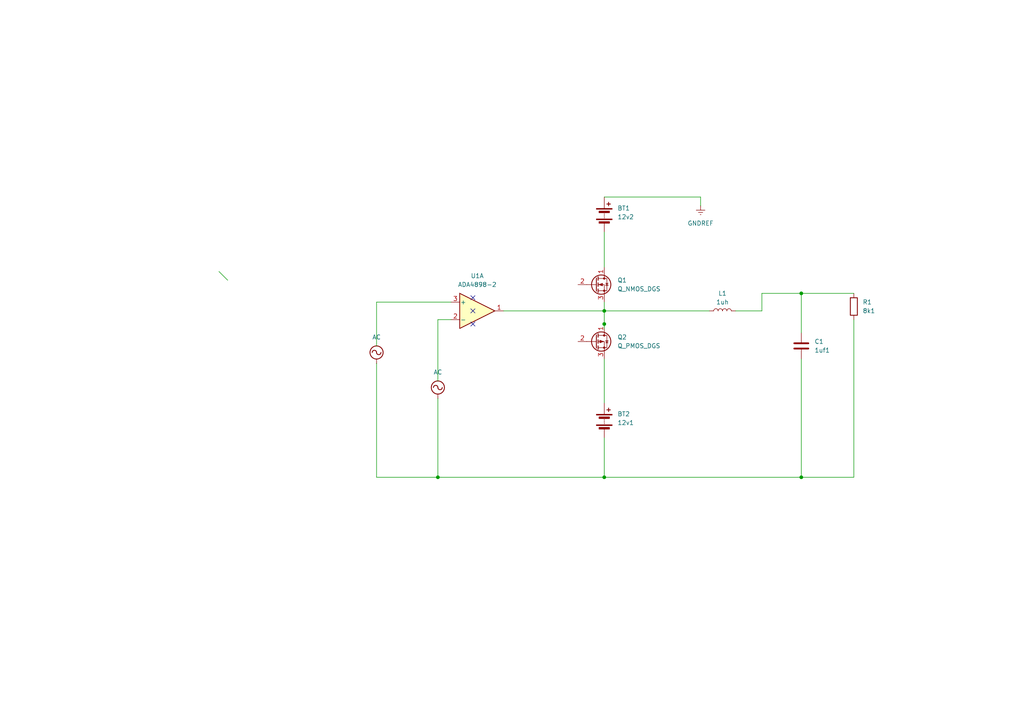
<source format=kicad_sch>
(kicad_sch
	(version 20250114)
	(generator "eeschema")
	(generator_version "9.0")
	(uuid "91aae4ad-2a04-49ec-844a-f0e986db8168")
	(paper "A4")
	(lib_symbols
		(symbol "Amplifier_Operational:ADA4898-2"
			(pin_names
				(offset 0.127)
			)
			(exclude_from_sim no)
			(in_bom yes)
			(on_board yes)
			(property "Reference" "U"
				(at 0 5.08 0)
				(effects
					(font
						(size 1.27 1.27)
					)
					(justify left)
				)
			)
			(property "Value" "ADA4898-2"
				(at 0 -5.08 0)
				(effects
					(font
						(size 1.27 1.27)
					)
					(justify left)
				)
			)
			(property "Footprint" "Package_SO:SOIC-8-1EP_3.9x4.9mm_P1.27mm_EP2.41x3.81mm"
				(at -1.27 -7.62 0)
				(effects
					(font
						(size 1.27 1.27)
					)
					(hide yes)
				)
			)
			(property "Datasheet" "https://www.analog.com/media/en/technical-documentation/data-sheets/ada4898-1_4898-2.pdf"
				(at 0 0 0)
				(effects
					(font
						(size 1.27 1.27)
					)
					(hide yes)
				)
			)
			(property "Description" "Dual High Voltage, Low Noise, Low Distortion, Unity-Gain Stable, High Speed Op Amp, SOIC-8-1EP"
				(at 0 0 0)
				(effects
					(font
						(size 1.27 1.27)
					)
					(hide yes)
				)
			)
			(property "ki_locked" ""
				(at 0 0 0)
				(effects
					(font
						(size 1.27 1.27)
					)
				)
			)
			(property "ki_keywords" "opamp dual low noise low distortion"
				(at 0 0 0)
				(effects
					(font
						(size 1.27 1.27)
					)
					(hide yes)
				)
			)
			(property "ki_fp_filters" "SOIC*1EP*3.9x4.9mm*P1.27mm*"
				(at 0 0 0)
				(effects
					(font
						(size 1.27 1.27)
					)
					(hide yes)
				)
			)
			(symbol "ADA4898-2_1_1"
				(polyline
					(pts
						(xy -5.08 5.08) (xy 5.08 0) (xy -5.08 -5.08) (xy -5.08 5.08)
					)
					(stroke
						(width 0.254)
						(type default)
					)
					(fill
						(type background)
					)
				)
				(pin input line
					(at -7.62 2.54 0)
					(length 2.54)
					(name "+"
						(effects
							(font
								(size 1.27 1.27)
							)
						)
					)
					(number "3"
						(effects
							(font
								(size 1.27 1.27)
							)
						)
					)
				)
				(pin input line
					(at -7.62 -2.54 0)
					(length 2.54)
					(name "-"
						(effects
							(font
								(size 1.27 1.27)
							)
						)
					)
					(number "2"
						(effects
							(font
								(size 1.27 1.27)
							)
						)
					)
				)
				(pin output line
					(at 7.62 0 180)
					(length 2.54)
					(name "~"
						(effects
							(font
								(size 1.27 1.27)
							)
						)
					)
					(number "1"
						(effects
							(font
								(size 1.27 1.27)
							)
						)
					)
				)
			)
			(symbol "ADA4898-2_2_1"
				(polyline
					(pts
						(xy -5.08 5.08) (xy 5.08 0) (xy -5.08 -5.08) (xy -5.08 5.08)
					)
					(stroke
						(width 0.254)
						(type default)
					)
					(fill
						(type background)
					)
				)
				(pin input line
					(at -7.62 2.54 0)
					(length 2.54)
					(name "+"
						(effects
							(font
								(size 1.27 1.27)
							)
						)
					)
					(number "5"
						(effects
							(font
								(size 1.27 1.27)
							)
						)
					)
				)
				(pin input line
					(at -7.62 -2.54 0)
					(length 2.54)
					(name "-"
						(effects
							(font
								(size 1.27 1.27)
							)
						)
					)
					(number "6"
						(effects
							(font
								(size 1.27 1.27)
							)
						)
					)
				)
				(pin output line
					(at 7.62 0 180)
					(length 2.54)
					(name "~"
						(effects
							(font
								(size 1.27 1.27)
							)
						)
					)
					(number "7"
						(effects
							(font
								(size 1.27 1.27)
							)
						)
					)
				)
			)
			(symbol "ADA4898-2_3_1"
				(pin power_in line
					(at -2.54 7.62 270)
					(length 3.81)
					(name "V+"
						(effects
							(font
								(size 1.27 1.27)
							)
						)
					)
					(number "8"
						(effects
							(font
								(size 1.27 1.27)
							)
						)
					)
				)
				(pin power_in line
					(at -2.54 -7.62 90)
					(length 3.81)
					(name "V-"
						(effects
							(font
								(size 1.27 1.27)
							)
						)
					)
					(number "4"
						(effects
							(font
								(size 1.27 1.27)
							)
						)
					)
				)
				(pin passive line
					(at 0 -7.62 90)
					(length 5.08)
					(name "EP"
						(effects
							(font
								(size 1.27 1.27)
							)
						)
					)
					(number "9"
						(effects
							(font
								(size 1.27 1.27)
							)
						)
					)
				)
			)
			(embedded_fonts no)
		)
		(symbol "Device:Battery"
			(pin_numbers
				(hide yes)
			)
			(pin_names
				(offset 0)
				(hide yes)
			)
			(exclude_from_sim no)
			(in_bom yes)
			(on_board yes)
			(property "Reference" "BT"
				(at 2.54 2.54 0)
				(effects
					(font
						(size 1.27 1.27)
					)
					(justify left)
				)
			)
			(property "Value" "Battery"
				(at 2.54 0 0)
				(effects
					(font
						(size 1.27 1.27)
					)
					(justify left)
				)
			)
			(property "Footprint" ""
				(at 0 1.524 90)
				(effects
					(font
						(size 1.27 1.27)
					)
					(hide yes)
				)
			)
			(property "Datasheet" "~"
				(at 0 1.524 90)
				(effects
					(font
						(size 1.27 1.27)
					)
					(hide yes)
				)
			)
			(property "Description" "Multiple-cell battery"
				(at 0 0 0)
				(effects
					(font
						(size 1.27 1.27)
					)
					(hide yes)
				)
			)
			(property "ki_keywords" "batt voltage-source cell"
				(at 0 0 0)
				(effects
					(font
						(size 1.27 1.27)
					)
					(hide yes)
				)
			)
			(symbol "Battery_0_1"
				(rectangle
					(start -2.286 1.778)
					(end 2.286 1.524)
					(stroke
						(width 0)
						(type default)
					)
					(fill
						(type outline)
					)
				)
				(rectangle
					(start -2.286 -1.27)
					(end 2.286 -1.524)
					(stroke
						(width 0)
						(type default)
					)
					(fill
						(type outline)
					)
				)
				(rectangle
					(start -1.524 1.016)
					(end 1.524 0.508)
					(stroke
						(width 0)
						(type default)
					)
					(fill
						(type outline)
					)
				)
				(rectangle
					(start -1.524 -2.032)
					(end 1.524 -2.54)
					(stroke
						(width 0)
						(type default)
					)
					(fill
						(type outline)
					)
				)
				(polyline
					(pts
						(xy 0 1.778) (xy 0 2.54)
					)
					(stroke
						(width 0)
						(type default)
					)
					(fill
						(type none)
					)
				)
				(polyline
					(pts
						(xy 0 0) (xy 0 0.254)
					)
					(stroke
						(width 0)
						(type default)
					)
					(fill
						(type none)
					)
				)
				(polyline
					(pts
						(xy 0 -0.508) (xy 0 -0.254)
					)
					(stroke
						(width 0)
						(type default)
					)
					(fill
						(type none)
					)
				)
				(polyline
					(pts
						(xy 0 -1.016) (xy 0 -0.762)
					)
					(stroke
						(width 0)
						(type default)
					)
					(fill
						(type none)
					)
				)
				(polyline
					(pts
						(xy 0.762 3.048) (xy 1.778 3.048)
					)
					(stroke
						(width 0.254)
						(type default)
					)
					(fill
						(type none)
					)
				)
				(polyline
					(pts
						(xy 1.27 3.556) (xy 1.27 2.54)
					)
					(stroke
						(width 0.254)
						(type default)
					)
					(fill
						(type none)
					)
				)
			)
			(symbol "Battery_1_1"
				(pin passive line
					(at 0 5.08 270)
					(length 2.54)
					(name "+"
						(effects
							(font
								(size 1.27 1.27)
							)
						)
					)
					(number "1"
						(effects
							(font
								(size 1.27 1.27)
							)
						)
					)
				)
				(pin passive line
					(at 0 -5.08 90)
					(length 2.54)
					(name "-"
						(effects
							(font
								(size 1.27 1.27)
							)
						)
					)
					(number "2"
						(effects
							(font
								(size 1.27 1.27)
							)
						)
					)
				)
			)
			(embedded_fonts no)
		)
		(symbol "Device:C"
			(pin_numbers
				(hide yes)
			)
			(pin_names
				(offset 0.254)
			)
			(exclude_from_sim no)
			(in_bom yes)
			(on_board yes)
			(property "Reference" "C"
				(at 0.635 2.54 0)
				(effects
					(font
						(size 1.27 1.27)
					)
					(justify left)
				)
			)
			(property "Value" "C"
				(at 0.635 -2.54 0)
				(effects
					(font
						(size 1.27 1.27)
					)
					(justify left)
				)
			)
			(property "Footprint" ""
				(at 0.9652 -3.81 0)
				(effects
					(font
						(size 1.27 1.27)
					)
					(hide yes)
				)
			)
			(property "Datasheet" "~"
				(at 0 0 0)
				(effects
					(font
						(size 1.27 1.27)
					)
					(hide yes)
				)
			)
			(property "Description" "Unpolarized capacitor"
				(at 0 0 0)
				(effects
					(font
						(size 1.27 1.27)
					)
					(hide yes)
				)
			)
			(property "ki_keywords" "cap capacitor"
				(at 0 0 0)
				(effects
					(font
						(size 1.27 1.27)
					)
					(hide yes)
				)
			)
			(property "ki_fp_filters" "C_*"
				(at 0 0 0)
				(effects
					(font
						(size 1.27 1.27)
					)
					(hide yes)
				)
			)
			(symbol "C_0_1"
				(polyline
					(pts
						(xy -2.032 0.762) (xy 2.032 0.762)
					)
					(stroke
						(width 0.508)
						(type default)
					)
					(fill
						(type none)
					)
				)
				(polyline
					(pts
						(xy -2.032 -0.762) (xy 2.032 -0.762)
					)
					(stroke
						(width 0.508)
						(type default)
					)
					(fill
						(type none)
					)
				)
			)
			(symbol "C_1_1"
				(pin passive line
					(at 0 3.81 270)
					(length 2.794)
					(name "~"
						(effects
							(font
								(size 1.27 1.27)
							)
						)
					)
					(number "1"
						(effects
							(font
								(size 1.27 1.27)
							)
						)
					)
				)
				(pin passive line
					(at 0 -3.81 90)
					(length 2.794)
					(name "~"
						(effects
							(font
								(size 1.27 1.27)
							)
						)
					)
					(number "2"
						(effects
							(font
								(size 1.27 1.27)
							)
						)
					)
				)
			)
			(embedded_fonts no)
		)
		(symbol "Device:L"
			(pin_numbers
				(hide yes)
			)
			(pin_names
				(offset 1.016)
				(hide yes)
			)
			(exclude_from_sim no)
			(in_bom yes)
			(on_board yes)
			(property "Reference" "L"
				(at -1.27 0 90)
				(effects
					(font
						(size 1.27 1.27)
					)
				)
			)
			(property "Value" "L"
				(at 1.905 0 90)
				(effects
					(font
						(size 1.27 1.27)
					)
				)
			)
			(property "Footprint" ""
				(at 0 0 0)
				(effects
					(font
						(size 1.27 1.27)
					)
					(hide yes)
				)
			)
			(property "Datasheet" "~"
				(at 0 0 0)
				(effects
					(font
						(size 1.27 1.27)
					)
					(hide yes)
				)
			)
			(property "Description" "Inductor"
				(at 0 0 0)
				(effects
					(font
						(size 1.27 1.27)
					)
					(hide yes)
				)
			)
			(property "ki_keywords" "inductor choke coil reactor magnetic"
				(at 0 0 0)
				(effects
					(font
						(size 1.27 1.27)
					)
					(hide yes)
				)
			)
			(property "ki_fp_filters" "Choke_* *Coil* Inductor_* L_*"
				(at 0 0 0)
				(effects
					(font
						(size 1.27 1.27)
					)
					(hide yes)
				)
			)
			(symbol "L_0_1"
				(arc
					(start 0 2.54)
					(mid 0.6323 1.905)
					(end 0 1.27)
					(stroke
						(width 0)
						(type default)
					)
					(fill
						(type none)
					)
				)
				(arc
					(start 0 1.27)
					(mid 0.6323 0.635)
					(end 0 0)
					(stroke
						(width 0)
						(type default)
					)
					(fill
						(type none)
					)
				)
				(arc
					(start 0 0)
					(mid 0.6323 -0.635)
					(end 0 -1.27)
					(stroke
						(width 0)
						(type default)
					)
					(fill
						(type none)
					)
				)
				(arc
					(start 0 -1.27)
					(mid 0.6323 -1.905)
					(end 0 -2.54)
					(stroke
						(width 0)
						(type default)
					)
					(fill
						(type none)
					)
				)
			)
			(symbol "L_1_1"
				(pin passive line
					(at 0 3.81 270)
					(length 1.27)
					(name "1"
						(effects
							(font
								(size 1.27 1.27)
							)
						)
					)
					(number "1"
						(effects
							(font
								(size 1.27 1.27)
							)
						)
					)
				)
				(pin passive line
					(at 0 -3.81 90)
					(length 1.27)
					(name "2"
						(effects
							(font
								(size 1.27 1.27)
							)
						)
					)
					(number "2"
						(effects
							(font
								(size 1.27 1.27)
							)
						)
					)
				)
			)
			(embedded_fonts no)
		)
		(symbol "Device:R"
			(pin_numbers
				(hide yes)
			)
			(pin_names
				(offset 0)
			)
			(exclude_from_sim no)
			(in_bom yes)
			(on_board yes)
			(property "Reference" "R"
				(at 2.032 0 90)
				(effects
					(font
						(size 1.27 1.27)
					)
				)
			)
			(property "Value" "R"
				(at 0 0 90)
				(effects
					(font
						(size 1.27 1.27)
					)
				)
			)
			(property "Footprint" ""
				(at -1.778 0 90)
				(effects
					(font
						(size 1.27 1.27)
					)
					(hide yes)
				)
			)
			(property "Datasheet" "~"
				(at 0 0 0)
				(effects
					(font
						(size 1.27 1.27)
					)
					(hide yes)
				)
			)
			(property "Description" "Resistor"
				(at 0 0 0)
				(effects
					(font
						(size 1.27 1.27)
					)
					(hide yes)
				)
			)
			(property "ki_keywords" "R res resistor"
				(at 0 0 0)
				(effects
					(font
						(size 1.27 1.27)
					)
					(hide yes)
				)
			)
			(property "ki_fp_filters" "R_*"
				(at 0 0 0)
				(effects
					(font
						(size 1.27 1.27)
					)
					(hide yes)
				)
			)
			(symbol "R_0_1"
				(rectangle
					(start -1.016 -2.54)
					(end 1.016 2.54)
					(stroke
						(width 0.254)
						(type default)
					)
					(fill
						(type none)
					)
				)
			)
			(symbol "R_1_1"
				(pin passive line
					(at 0 3.81 270)
					(length 1.27)
					(name "~"
						(effects
							(font
								(size 1.27 1.27)
							)
						)
					)
					(number "1"
						(effects
							(font
								(size 1.27 1.27)
							)
						)
					)
				)
				(pin passive line
					(at 0 -3.81 90)
					(length 1.27)
					(name "~"
						(effects
							(font
								(size 1.27 1.27)
							)
						)
					)
					(number "2"
						(effects
							(font
								(size 1.27 1.27)
							)
						)
					)
				)
			)
			(embedded_fonts no)
		)
		(symbol "Transistor_FET:Q_NMOS_DGS"
			(pin_names
				(offset 0)
				(hide yes)
			)
			(exclude_from_sim no)
			(in_bom yes)
			(on_board yes)
			(property "Reference" "Q"
				(at 5.08 1.905 0)
				(effects
					(font
						(size 1.27 1.27)
					)
					(justify left)
				)
			)
			(property "Value" "Q_NMOS_DGS"
				(at 5.08 0 0)
				(effects
					(font
						(size 1.27 1.27)
					)
					(justify left)
				)
			)
			(property "Footprint" ""
				(at 5.08 2.54 0)
				(effects
					(font
						(size 1.27 1.27)
					)
					(hide yes)
				)
			)
			(property "Datasheet" "~"
				(at 0 0 0)
				(effects
					(font
						(size 1.27 1.27)
					)
					(hide yes)
				)
			)
			(property "Description" "N-MOSFET transistor, drain/gate/source"
				(at 0 0 0)
				(effects
					(font
						(size 1.27 1.27)
					)
					(hide yes)
				)
			)
			(property "ki_keywords" "transistor NMOS N-MOS N-MOSFET"
				(at 0 0 0)
				(effects
					(font
						(size 1.27 1.27)
					)
					(hide yes)
				)
			)
			(symbol "Q_NMOS_DGS_0_1"
				(polyline
					(pts
						(xy 0.254 1.905) (xy 0.254 -1.905)
					)
					(stroke
						(width 0.254)
						(type default)
					)
					(fill
						(type none)
					)
				)
				(polyline
					(pts
						(xy 0.254 0) (xy -2.54 0)
					)
					(stroke
						(width 0)
						(type default)
					)
					(fill
						(type none)
					)
				)
				(polyline
					(pts
						(xy 0.762 2.286) (xy 0.762 1.27)
					)
					(stroke
						(width 0.254)
						(type default)
					)
					(fill
						(type none)
					)
				)
				(polyline
					(pts
						(xy 0.762 0.508) (xy 0.762 -0.508)
					)
					(stroke
						(width 0.254)
						(type default)
					)
					(fill
						(type none)
					)
				)
				(polyline
					(pts
						(xy 0.762 -1.27) (xy 0.762 -2.286)
					)
					(stroke
						(width 0.254)
						(type default)
					)
					(fill
						(type none)
					)
				)
				(polyline
					(pts
						(xy 0.762 -1.778) (xy 3.302 -1.778) (xy 3.302 1.778) (xy 0.762 1.778)
					)
					(stroke
						(width 0)
						(type default)
					)
					(fill
						(type none)
					)
				)
				(polyline
					(pts
						(xy 1.016 0) (xy 2.032 0.381) (xy 2.032 -0.381) (xy 1.016 0)
					)
					(stroke
						(width 0)
						(type default)
					)
					(fill
						(type outline)
					)
				)
				(circle
					(center 1.651 0)
					(radius 2.794)
					(stroke
						(width 0.254)
						(type default)
					)
					(fill
						(type none)
					)
				)
				(polyline
					(pts
						(xy 2.54 2.54) (xy 2.54 1.778)
					)
					(stroke
						(width 0)
						(type default)
					)
					(fill
						(type none)
					)
				)
				(circle
					(center 2.54 1.778)
					(radius 0.254)
					(stroke
						(width 0)
						(type default)
					)
					(fill
						(type outline)
					)
				)
				(circle
					(center 2.54 -1.778)
					(radius 0.254)
					(stroke
						(width 0)
						(type default)
					)
					(fill
						(type outline)
					)
				)
				(polyline
					(pts
						(xy 2.54 -2.54) (xy 2.54 0) (xy 0.762 0)
					)
					(stroke
						(width 0)
						(type default)
					)
					(fill
						(type none)
					)
				)
				(polyline
					(pts
						(xy 2.921 0.381) (xy 3.683 0.381)
					)
					(stroke
						(width 0)
						(type default)
					)
					(fill
						(type none)
					)
				)
				(polyline
					(pts
						(xy 3.302 0.381) (xy 2.921 -0.254) (xy 3.683 -0.254) (xy 3.302 0.381)
					)
					(stroke
						(width 0)
						(type default)
					)
					(fill
						(type none)
					)
				)
			)
			(symbol "Q_NMOS_DGS_1_1"
				(pin input line
					(at -5.08 0 0)
					(length 2.54)
					(name "G"
						(effects
							(font
								(size 1.27 1.27)
							)
						)
					)
					(number "2"
						(effects
							(font
								(size 1.27 1.27)
							)
						)
					)
				)
				(pin passive line
					(at 2.54 5.08 270)
					(length 2.54)
					(name "D"
						(effects
							(font
								(size 1.27 1.27)
							)
						)
					)
					(number "1"
						(effects
							(font
								(size 1.27 1.27)
							)
						)
					)
				)
				(pin passive line
					(at 2.54 -5.08 90)
					(length 2.54)
					(name "S"
						(effects
							(font
								(size 1.27 1.27)
							)
						)
					)
					(number "3"
						(effects
							(font
								(size 1.27 1.27)
							)
						)
					)
				)
			)
			(embedded_fonts no)
		)
		(symbol "Transistor_FET:Q_PMOS_DGS"
			(pin_names
				(offset 0)
				(hide yes)
			)
			(exclude_from_sim no)
			(in_bom yes)
			(on_board yes)
			(property "Reference" "Q"
				(at 5.08 1.905 0)
				(effects
					(font
						(size 1.27 1.27)
					)
					(justify left)
				)
			)
			(property "Value" "Q_PMOS_DGS"
				(at 5.08 0 0)
				(effects
					(font
						(size 1.27 1.27)
					)
					(justify left)
				)
			)
			(property "Footprint" ""
				(at 5.08 2.54 0)
				(effects
					(font
						(size 1.27 1.27)
					)
					(hide yes)
				)
			)
			(property "Datasheet" "~"
				(at 0 0 0)
				(effects
					(font
						(size 1.27 1.27)
					)
					(hide yes)
				)
			)
			(property "Description" "P-MOSFET transistor, drain/gate/source"
				(at 0 0 0)
				(effects
					(font
						(size 1.27 1.27)
					)
					(hide yes)
				)
			)
			(property "ki_keywords" "transistor PMOS P-MOS P-MOSFET"
				(at 0 0 0)
				(effects
					(font
						(size 1.27 1.27)
					)
					(hide yes)
				)
			)
			(symbol "Q_PMOS_DGS_0_1"
				(polyline
					(pts
						(xy 0.254 1.905) (xy 0.254 -1.905)
					)
					(stroke
						(width 0.254)
						(type default)
					)
					(fill
						(type none)
					)
				)
				(polyline
					(pts
						(xy 0.254 0) (xy -2.54 0)
					)
					(stroke
						(width 0)
						(type default)
					)
					(fill
						(type none)
					)
				)
				(polyline
					(pts
						(xy 0.762 2.286) (xy 0.762 1.27)
					)
					(stroke
						(width 0.254)
						(type default)
					)
					(fill
						(type none)
					)
				)
				(polyline
					(pts
						(xy 0.762 1.778) (xy 3.302 1.778) (xy 3.302 -1.778) (xy 0.762 -1.778)
					)
					(stroke
						(width 0)
						(type default)
					)
					(fill
						(type none)
					)
				)
				(polyline
					(pts
						(xy 0.762 0.508) (xy 0.762 -0.508)
					)
					(stroke
						(width 0.254)
						(type default)
					)
					(fill
						(type none)
					)
				)
				(polyline
					(pts
						(xy 0.762 -1.27) (xy 0.762 -2.286)
					)
					(stroke
						(width 0.254)
						(type default)
					)
					(fill
						(type none)
					)
				)
				(circle
					(center 1.651 0)
					(radius 2.794)
					(stroke
						(width 0.254)
						(type default)
					)
					(fill
						(type none)
					)
				)
				(polyline
					(pts
						(xy 2.286 0) (xy 1.27 0.381) (xy 1.27 -0.381) (xy 2.286 0)
					)
					(stroke
						(width 0)
						(type default)
					)
					(fill
						(type outline)
					)
				)
				(polyline
					(pts
						(xy 2.54 2.54) (xy 2.54 1.778)
					)
					(stroke
						(width 0)
						(type default)
					)
					(fill
						(type none)
					)
				)
				(circle
					(center 2.54 1.778)
					(radius 0.254)
					(stroke
						(width 0)
						(type default)
					)
					(fill
						(type outline)
					)
				)
				(circle
					(center 2.54 -1.778)
					(radius 0.254)
					(stroke
						(width 0)
						(type default)
					)
					(fill
						(type outline)
					)
				)
				(polyline
					(pts
						(xy 2.54 -2.54) (xy 2.54 0) (xy 0.762 0)
					)
					(stroke
						(width 0)
						(type default)
					)
					(fill
						(type none)
					)
				)
				(polyline
					(pts
						(xy 2.921 -0.381) (xy 3.683 -0.381)
					)
					(stroke
						(width 0)
						(type default)
					)
					(fill
						(type none)
					)
				)
				(polyline
					(pts
						(xy 3.302 -0.381) (xy 2.921 0.254) (xy 3.683 0.254) (xy 3.302 -0.381)
					)
					(stroke
						(width 0)
						(type default)
					)
					(fill
						(type none)
					)
				)
			)
			(symbol "Q_PMOS_DGS_1_1"
				(pin input line
					(at -5.08 0 0)
					(length 2.54)
					(name "G"
						(effects
							(font
								(size 1.27 1.27)
							)
						)
					)
					(number "2"
						(effects
							(font
								(size 1.27 1.27)
							)
						)
					)
				)
				(pin passive line
					(at 2.54 5.08 270)
					(length 2.54)
					(name "D"
						(effects
							(font
								(size 1.27 1.27)
							)
						)
					)
					(number "1"
						(effects
							(font
								(size 1.27 1.27)
							)
						)
					)
				)
				(pin passive line
					(at 2.54 -5.08 90)
					(length 2.54)
					(name "S"
						(effects
							(font
								(size 1.27 1.27)
							)
						)
					)
					(number "3"
						(effects
							(font
								(size 1.27 1.27)
							)
						)
					)
				)
			)
			(embedded_fonts no)
		)
		(symbol "power:AC"
			(power)
			(pin_numbers
				(hide yes)
			)
			(pin_names
				(offset 0)
				(hide yes)
			)
			(exclude_from_sim no)
			(in_bom yes)
			(on_board yes)
			(property "Reference" "#PWR"
				(at 0 -2.54 0)
				(effects
					(font
						(size 1.27 1.27)
					)
					(hide yes)
				)
			)
			(property "Value" "AC"
				(at 0 6.35 0)
				(effects
					(font
						(size 1.27 1.27)
					)
				)
			)
			(property "Footprint" ""
				(at 0 0 0)
				(effects
					(font
						(size 1.27 1.27)
					)
					(hide yes)
				)
			)
			(property "Datasheet" ""
				(at 0 0 0)
				(effects
					(font
						(size 1.27 1.27)
					)
					(hide yes)
				)
			)
			(property "Description" "Power symbol creates a global label with name \"AC\""
				(at 0 0 0)
				(effects
					(font
						(size 1.27 1.27)
					)
					(hide yes)
				)
			)
			(property "ki_keywords" "global power"
				(at 0 0 0)
				(effects
					(font
						(size 1.27 1.27)
					)
					(hide yes)
				)
			)
			(symbol "AC_0_1"
				(arc
					(start -1.27 3.175)
					(mid -0.635 3.8073)
					(end 0 3.175)
					(stroke
						(width 0.254)
						(type default)
					)
					(fill
						(type none)
					)
				)
				(circle
					(center 0 3.175)
					(radius 1.905)
					(stroke
						(width 0.254)
						(type default)
					)
					(fill
						(type none)
					)
				)
				(polyline
					(pts
						(xy 0 0) (xy 0 1.27)
					)
					(stroke
						(width 0)
						(type default)
					)
					(fill
						(type none)
					)
				)
				(arc
					(start 1.27 3.175)
					(mid 0.635 2.5427)
					(end 0 3.175)
					(stroke
						(width 0.254)
						(type default)
					)
					(fill
						(type none)
					)
				)
			)
			(symbol "AC_1_1"
				(pin power_in line
					(at 0 0 90)
					(length 0)
					(name "~"
						(effects
							(font
								(size 1.27 1.27)
							)
						)
					)
					(number "1"
						(effects
							(font
								(size 1.27 1.27)
							)
						)
					)
				)
			)
			(embedded_fonts no)
		)
		(symbol "power:GNDREF"
			(power)
			(pin_numbers
				(hide yes)
			)
			(pin_names
				(offset 0)
				(hide yes)
			)
			(exclude_from_sim no)
			(in_bom yes)
			(on_board yes)
			(property "Reference" "#PWR"
				(at 0 -6.35 0)
				(effects
					(font
						(size 1.27 1.27)
					)
					(hide yes)
				)
			)
			(property "Value" "GNDREF"
				(at 0 -3.81 0)
				(effects
					(font
						(size 1.27 1.27)
					)
				)
			)
			(property "Footprint" ""
				(at 0 0 0)
				(effects
					(font
						(size 1.27 1.27)
					)
					(hide yes)
				)
			)
			(property "Datasheet" ""
				(at 0 0 0)
				(effects
					(font
						(size 1.27 1.27)
					)
					(hide yes)
				)
			)
			(property "Description" "Power symbol creates a global label with name \"GNDREF\" , reference supply ground"
				(at 0 0 0)
				(effects
					(font
						(size 1.27 1.27)
					)
					(hide yes)
				)
			)
			(property "ki_keywords" "global power"
				(at 0 0 0)
				(effects
					(font
						(size 1.27 1.27)
					)
					(hide yes)
				)
			)
			(symbol "GNDREF_0_1"
				(polyline
					(pts
						(xy -0.635 -1.905) (xy 0.635 -1.905)
					)
					(stroke
						(width 0)
						(type default)
					)
					(fill
						(type none)
					)
				)
				(polyline
					(pts
						(xy -0.127 -2.54) (xy 0.127 -2.54)
					)
					(stroke
						(width 0)
						(type default)
					)
					(fill
						(type none)
					)
				)
				(polyline
					(pts
						(xy 0 -1.27) (xy 0 0)
					)
					(stroke
						(width 0)
						(type default)
					)
					(fill
						(type none)
					)
				)
				(polyline
					(pts
						(xy 1.27 -1.27) (xy -1.27 -1.27)
					)
					(stroke
						(width 0)
						(type default)
					)
					(fill
						(type none)
					)
				)
			)
			(symbol "GNDREF_1_1"
				(pin power_in line
					(at 0 0 270)
					(length 0)
					(name "~"
						(effects
							(font
								(size 1.27 1.27)
							)
						)
					)
					(number "1"
						(effects
							(font
								(size 1.27 1.27)
							)
						)
					)
				)
			)
			(embedded_fonts no)
		)
	)
	(junction
		(at 232.41 138.43)
		(diameter 0)
		(color 0 0 0 0)
		(uuid "1d3e25a1-b7d7-4ee2-b02d-6da21a056801")
	)
	(junction
		(at 175.26 90.17)
		(diameter 0)
		(color 0 0 0 0)
		(uuid "30aad127-781a-44f5-bd98-2b85f4d30b77")
	)
	(junction
		(at 127 138.43)
		(diameter 0)
		(color 0 0 0 0)
		(uuid "442ee4e6-1355-4850-94f2-806088b11724")
	)
	(junction
		(at 232.41 85.09)
		(diameter 0)
		(color 0 0 0 0)
		(uuid "57c3c8b4-deaa-48a8-8255-4537b6f7278a")
	)
	(junction
		(at 175.26 138.43)
		(diameter 0)
		(color 0 0 0 0)
		(uuid "91efa4c8-7bd1-4571-9279-7ebb8350f316")
	)
	(junction
		(at 175.26 93.98)
		(diameter 0)
		(color 0 0 0 0)
		(uuid "e56f3108-f837-4186-9af2-5ab6562b6231")
	)
	(no_connect
		(at 137.16 86.36)
		(uuid "2330a825-ffc7-4c5d-9de7-5a811cf1a71a")
	)
	(no_connect
		(at 137.16 90.17)
		(uuid "6836d496-ed19-4cd5-b5ad-dcf5e3c83c2b")
	)
	(no_connect
		(at 137.16 93.98)
		(uuid "cf2db9e2-0a40-4dff-b2a8-dae824db8b40")
	)
	(bus_entry
		(at 63.5 78.74)
		(size 2.54 2.54)
		(stroke
			(width 0)
			(type default)
		)
		(uuid "6724fde0-47fd-471b-b61e-b994cebec14d")
	)
	(wire
		(pts
			(xy 175.26 127) (xy 175.26 138.43)
		)
		(stroke
			(width 0)
			(type default)
		)
		(uuid "027afef5-df47-4f06-98f8-b9761acc40e2")
	)
	(wire
		(pts
			(xy 175.26 93.98) (xy 175.26 95.25)
		)
		(stroke
			(width 0)
			(type default)
		)
		(uuid "0f722b0a-7331-4031-8597-fff48b56ac49")
	)
	(wire
		(pts
			(xy 247.65 138.43) (xy 247.65 92.71)
		)
		(stroke
			(width 0)
			(type default)
		)
		(uuid "133176f9-2f5d-459a-9987-3564b843dfe7")
	)
	(wire
		(pts
			(xy 175.26 104.14) (xy 175.26 116.84)
		)
		(stroke
			(width 0)
			(type default)
		)
		(uuid "207da1b0-b877-43c4-9f02-fe4e2559a6ef")
	)
	(wire
		(pts
			(xy 175.26 87.63) (xy 175.26 90.17)
		)
		(stroke
			(width 0)
			(type default)
		)
		(uuid "214f0325-800f-4d6f-a032-d996e7f7ef8d")
	)
	(wire
		(pts
			(xy 175.26 90.17) (xy 205.74 90.17)
		)
		(stroke
			(width 0)
			(type default)
		)
		(uuid "301301e6-1594-4fc7-8abc-0d294b0b58de")
	)
	(wire
		(pts
			(xy 220.98 90.17) (xy 220.98 85.09)
		)
		(stroke
			(width 0)
			(type default)
		)
		(uuid "30bea37d-22ff-4c66-942a-c562f993f594")
	)
	(wire
		(pts
			(xy 232.41 85.09) (xy 247.65 85.09)
		)
		(stroke
			(width 0)
			(type default)
		)
		(uuid "30ddcbdd-9ae0-4af7-8837-c002f325b4c6")
	)
	(wire
		(pts
			(xy 127 110.49) (xy 127 92.71)
		)
		(stroke
			(width 0)
			(type default)
		)
		(uuid "344b5e0f-f3d2-4835-9b60-b81317f96a48")
	)
	(wire
		(pts
			(xy 175.26 57.15) (xy 203.2 57.15)
		)
		(stroke
			(width 0)
			(type default)
		)
		(uuid "35c48e37-941c-44b6-a082-b9e4926b9a96")
	)
	(wire
		(pts
			(xy 175.26 67.31) (xy 175.26 77.47)
		)
		(stroke
			(width 0)
			(type default)
		)
		(uuid "3851b8c8-bd84-4843-8f68-6fd4add4438f")
	)
	(wire
		(pts
			(xy 213.36 90.17) (xy 220.98 90.17)
		)
		(stroke
			(width 0)
			(type default)
		)
		(uuid "39bb23f9-bde1-4517-b0e4-551ef5726513")
	)
	(wire
		(pts
			(xy 127 115.57) (xy 127 138.43)
		)
		(stroke
			(width 0)
			(type default)
		)
		(uuid "3c9c87e6-621b-433f-8388-f53927715097")
	)
	(wire
		(pts
			(xy 220.98 85.09) (xy 232.41 85.09)
		)
		(stroke
			(width 0)
			(type default)
		)
		(uuid "53598d4c-5109-4a32-91ca-e37b8962466d")
	)
	(wire
		(pts
			(xy 203.2 57.15) (xy 203.2 59.69)
		)
		(stroke
			(width 0)
			(type default)
		)
		(uuid "53fc3c51-0d95-41ca-b9a6-c6b753cd61d4")
	)
	(wire
		(pts
			(xy 127 92.71) (xy 130.81 92.71)
		)
		(stroke
			(width 0)
			(type default)
		)
		(uuid "6902ea77-744f-4a34-aaf3-52c67f1174b8")
	)
	(wire
		(pts
			(xy 232.41 104.14) (xy 232.41 138.43)
		)
		(stroke
			(width 0)
			(type default)
		)
		(uuid "6c5156f1-369f-4a22-b61f-36c9108a57fd")
	)
	(wire
		(pts
			(xy 232.41 138.43) (xy 247.65 138.43)
		)
		(stroke
			(width 0)
			(type default)
		)
		(uuid "72708b0b-d29c-4b2f-bf63-a78e84cfe0d3")
	)
	(wire
		(pts
			(xy 232.41 85.09) (xy 232.41 96.52)
		)
		(stroke
			(width 0)
			(type default)
		)
		(uuid "72b6e41f-0d9d-4ccb-bb1c-2f24de4d1458")
	)
	(wire
		(pts
			(xy 109.22 105.41) (xy 109.22 138.43)
		)
		(stroke
			(width 0)
			(type default)
		)
		(uuid "8107bc1f-e4b2-4123-a307-4d7efefd092e")
	)
	(wire
		(pts
			(xy 109.22 100.33) (xy 109.22 87.63)
		)
		(stroke
			(width 0)
			(type default)
		)
		(uuid "a5ba7e3f-6482-4197-a048-5871e32a57d5")
	)
	(wire
		(pts
			(xy 127 138.43) (xy 175.26 138.43)
		)
		(stroke
			(width 0)
			(type default)
		)
		(uuid "ca4dfe62-d2b7-423c-a3ef-7f513b5e4d90")
	)
	(wire
		(pts
			(xy 109.22 138.43) (xy 127 138.43)
		)
		(stroke
			(width 0)
			(type default)
		)
		(uuid "cde63a46-b733-4630-9fa6-e6b73b7ff2b5")
	)
	(wire
		(pts
			(xy 146.05 90.17) (xy 175.26 90.17)
		)
		(stroke
			(width 0)
			(type default)
		)
		(uuid "d494d0c2-b95b-421e-9565-229b17049a1b")
	)
	(wire
		(pts
			(xy 175.26 90.17) (xy 175.26 93.98)
		)
		(stroke
			(width 0)
			(type default)
		)
		(uuid "e533a001-610e-4a58-86a1-033dafa394d2")
	)
	(wire
		(pts
			(xy 175.26 138.43) (xy 232.41 138.43)
		)
		(stroke
			(width 0)
			(type default)
		)
		(uuid "f3fde00d-59b2-4af8-93b6-7204d539cdf7")
	)
	(wire
		(pts
			(xy 109.22 87.63) (xy 130.81 87.63)
		)
		(stroke
			(width 0)
			(type default)
		)
		(uuid "f4b19b01-01c7-44ed-b491-a08ce1c2f2c8")
	)
	(symbol
		(lib_id "Device:L")
		(at 209.55 90.17 90)
		(unit 1)
		(exclude_from_sim no)
		(in_bom yes)
		(on_board yes)
		(dnp no)
		(fields_autoplaced yes)
		(uuid "130baa16-60ae-452d-9d1e-be585d1d696d")
		(property "Reference" "L1"
			(at 209.55 85.09 90)
			(effects
				(font
					(size 1.27 1.27)
				)
			)
		)
		(property "Value" "1uh"
			(at 209.55 87.63 90)
			(effects
				(font
					(size 1.27 1.27)
				)
			)
		)
		(property "Footprint" "Inductor_THT:L_Toroid_Vertical_L16.0mm_W8.0mm_P7.62mm"
			(at 209.55 90.17 0)
			(effects
				(font
					(size 1.27 1.27)
				)
				(hide yes)
			)
		)
		(property "Datasheet" "~"
			(at 209.55 90.17 0)
			(effects
				(font
					(size 1.27 1.27)
				)
				(hide yes)
			)
		)
		(property "Description" "Inductor"
			(at 209.55 90.17 0)
			(effects
				(font
					(size 1.27 1.27)
				)
				(hide yes)
			)
		)
		(pin "1"
			(uuid "b22fd8c1-757d-4b8c-a766-dd12a749a956")
		)
		(pin "2"
			(uuid "28160388-b7eb-4b2d-9dc3-571975252b37")
		)
		(instances
			(project ""
				(path "/91aae4ad-2a04-49ec-844a-f0e986db8168"
					(reference "L1")
					(unit 1)
				)
			)
		)
	)
	(symbol
		(lib_id "Device:R")
		(at 247.65 88.9 0)
		(unit 1)
		(exclude_from_sim no)
		(in_bom yes)
		(on_board yes)
		(dnp no)
		(fields_autoplaced yes)
		(uuid "3c21b21e-b441-44fa-ada6-bc7ed60e7d64")
		(property "Reference" "R1"
			(at 250.19 87.6299 0)
			(effects
				(font
					(size 1.27 1.27)
				)
				(justify left)
			)
		)
		(property "Value" "8k1"
			(at 250.19 90.1699 0)
			(effects
				(font
					(size 1.27 1.27)
				)
				(justify left)
			)
		)
		(property "Footprint" "Resistor_THT:R_Axial_DIN0207_L6.3mm_D2.5mm_P7.62mm_Horizontal"
			(at 245.872 88.9 90)
			(effects
				(font
					(size 1.27 1.27)
				)
				(hide yes)
			)
		)
		(property "Datasheet" "~"
			(at 247.65 88.9 0)
			(effects
				(font
					(size 1.27 1.27)
				)
				(hide yes)
			)
		)
		(property "Description" "Resistor"
			(at 247.65 88.9 0)
			(effects
				(font
					(size 1.27 1.27)
				)
				(hide yes)
			)
		)
		(pin "2"
			(uuid "ef7f58b0-9a2b-4465-bea9-b616b849fa86")
		)
		(pin "1"
			(uuid "b9f73b83-1ec5-4fc2-965c-530992165df4")
		)
		(instances
			(project ""
				(path "/91aae4ad-2a04-49ec-844a-f0e986db8168"
					(reference "R1")
					(unit 1)
				)
			)
		)
	)
	(symbol
		(lib_id "Device:Battery")
		(at 175.26 121.92 0)
		(unit 1)
		(exclude_from_sim no)
		(in_bom yes)
		(on_board yes)
		(dnp no)
		(fields_autoplaced yes)
		(uuid "3f479ec3-2a82-47af-a6c0-d86172fb88c3")
		(property "Reference" "BT2"
			(at 179.07 120.0784 0)
			(effects
				(font
					(size 1.27 1.27)
				)
				(justify left)
			)
		)
		(property "Value" "12v1"
			(at 179.07 122.6184 0)
			(effects
				(font
					(size 1.27 1.27)
				)
				(justify left)
			)
		)
		(property "Footprint" "Connector_PinHeader_2.54mm:PinHeader_1x02_P2.54mm_Vertical"
			(at 175.26 120.396 90)
			(effects
				(font
					(size 1.27 1.27)
				)
				(hide yes)
			)
		)
		(property "Datasheet" "~"
			(at 175.26 120.396 90)
			(effects
				(font
					(size 1.27 1.27)
				)
				(hide yes)
			)
		)
		(property "Description" "Multiple-cell battery"
			(at 175.26 121.92 0)
			(effects
				(font
					(size 1.27 1.27)
				)
				(hide yes)
			)
		)
		(pin "1"
			(uuid "871c4399-0569-4e65-a951-ae8888815d2c")
		)
		(pin "2"
			(uuid "03008044-2be7-4d5d-be79-016c88543a9a")
		)
		(instances
			(project ""
				(path "/91aae4ad-2a04-49ec-844a-f0e986db8168"
					(reference "BT2")
					(unit 1)
				)
			)
		)
	)
	(symbol
		(lib_id "Device:C")
		(at 232.41 100.33 0)
		(unit 1)
		(exclude_from_sim no)
		(in_bom yes)
		(on_board yes)
		(dnp no)
		(fields_autoplaced yes)
		(uuid "59cedd8f-8255-4fcc-ba2f-ee8bfa0241f0")
		(property "Reference" "C1"
			(at 236.22 99.0599 0)
			(effects
				(font
					(size 1.27 1.27)
				)
				(justify left)
			)
		)
		(property "Value" "1uf1"
			(at 236.22 101.5999 0)
			(effects
				(font
					(face "KiCad Font")
					(size 1.27 1.27)
				)
				(justify left)
			)
		)
		(property "Footprint" "Capacitor_THT:C_Rect_L7.2mm_W3.0mm_P5.00mm_FKS2_FKP2_MKS2_MKP2"
			(at 233.3752 104.14 0)
			(effects
				(font
					(size 1.27 1.27)
				)
				(hide yes)
			)
		)
		(property "Datasheet" "~"
			(at 232.41 100.33 0)
			(effects
				(font
					(size 1.27 1.27)
				)
				(hide yes)
			)
		)
		(property "Description" "Unpolarized capacitor"
			(at 232.41 100.33 0)
			(effects
				(font
					(size 1.27 1.27)
				)
				(hide yes)
			)
		)
		(pin "1"
			(uuid "08e0f4c3-5535-42a9-b677-675676ef8975")
		)
		(pin "2"
			(uuid "1ed68a3e-7c77-426e-b41f-346597ddb561")
		)
		(instances
			(project ""
				(path "/91aae4ad-2a04-49ec-844a-f0e986db8168"
					(reference "C1")
					(unit 1)
				)
			)
		)
	)
	(symbol
		(lib_id "power:AC")
		(at 127 115.57 0)
		(unit 1)
		(exclude_from_sim no)
		(in_bom yes)
		(on_board yes)
		(dnp no)
		(fields_autoplaced yes)
		(uuid "6079ae3f-d725-4721-8ebc-82151db249c7")
		(property "Reference" "#PWR02"
			(at 127 118.11 0)
			(effects
				(font
					(size 1.27 1.27)
				)
				(hide yes)
			)
		)
		(property "Value" "AC"
			(at 127 107.95 0)
			(effects
				(font
					(size 1.27 1.27)
				)
			)
		)
		(property "Footprint" ""
			(at 127 115.57 0)
			(effects
				(font
					(size 1.27 1.27)
				)
				(hide yes)
			)
		)
		(property "Datasheet" ""
			(at 127 115.57 0)
			(effects
				(font
					(size 1.27 1.27)
				)
				(hide yes)
			)
		)
		(property "Description" "Power symbol creates a global label with name \"AC\""
			(at 127 115.57 0)
			(effects
				(font
					(size 1.27 1.27)
				)
				(hide yes)
			)
		)
		(pin "1"
			(uuid "357b8c61-32f8-415f-83b7-51fa9901de24")
		)
		(instances
			(project ""
				(path "/91aae4ad-2a04-49ec-844a-f0e986db8168"
					(reference "#PWR02")
					(unit 1)
				)
			)
		)
	)
	(symbol
		(lib_id "Transistor_FET:Q_PMOS_DGS")
		(at 172.72 99.06 0)
		(unit 1)
		(exclude_from_sim no)
		(in_bom yes)
		(on_board yes)
		(dnp no)
		(fields_autoplaced yes)
		(uuid "7d20648d-d76e-4548-9a97-7bc0a630b1b5")
		(property "Reference" "Q2"
			(at 179.07 97.7899 0)
			(effects
				(font
					(size 1.27 1.27)
				)
				(justify left)
			)
		)
		(property "Value" "Q_PMOS_DGS"
			(at 179.07 100.3299 0)
			(effects
				(font
					(size 1.27 1.27)
				)
				(justify left)
			)
		)
		(property "Footprint" "Package_TO_SOT_THT:TO-220-3_Vertical"
			(at 177.8 96.52 0)
			(effects
				(font
					(size 1.27 1.27)
				)
				(hide yes)
			)
		)
		(property "Datasheet" "~"
			(at 172.72 99.06 0)
			(effects
				(font
					(size 1.27 1.27)
				)
				(hide yes)
			)
		)
		(property "Description" "P-MOSFET transistor, drain/gate/source"
			(at 172.72 99.06 0)
			(effects
				(font
					(size 1.27 1.27)
				)
				(hide yes)
			)
		)
		(pin "1"
			(uuid "6b63bdda-7cc8-40ab-9221-d3444a9c737e")
		)
		(pin "2"
			(uuid "6976b99c-6f47-4927-9569-b3c66e59f8f0")
		)
		(pin "3"
			(uuid "f176a9f4-3820-4159-a567-0dbfb5d373c5")
		)
		(instances
			(project ""
				(path "/91aae4ad-2a04-49ec-844a-f0e986db8168"
					(reference "Q2")
					(unit 1)
				)
			)
		)
	)
	(symbol
		(lib_id "Transistor_FET:Q_NMOS_DGS")
		(at 172.72 82.55 0)
		(unit 1)
		(exclude_from_sim no)
		(in_bom yes)
		(on_board yes)
		(dnp no)
		(fields_autoplaced yes)
		(uuid "82c877c5-2676-4093-b434-5e34ca8ee590")
		(property "Reference" "Q1"
			(at 179.07 81.2799 0)
			(effects
				(font
					(size 1.27 1.27)
				)
				(justify left)
			)
		)
		(property "Value" "Q_NMOS_DGS"
			(at 179.07 83.8199 0)
			(effects
				(font
					(size 1.27 1.27)
				)
				(justify left)
			)
		)
		(property "Footprint" "Package_TO_SOT_THT:TO-220-3_Vertical"
			(at 177.8 80.01 0)
			(effects
				(font
					(size 1.27 1.27)
				)
				(hide yes)
			)
		)
		(property "Datasheet" "~"
			(at 172.72 82.55 0)
			(effects
				(font
					(size 1.27 1.27)
				)
				(hide yes)
			)
		)
		(property "Description" "N-MOSFET transistor, drain/gate/source"
			(at 172.72 82.55 0)
			(effects
				(font
					(size 1.27 1.27)
				)
				(hide yes)
			)
		)
		(pin "2"
			(uuid "b237263b-5a5a-457b-9dfb-7473b44038cd")
		)
		(pin "1"
			(uuid "bfceeade-4429-4b10-b9ec-2d77b3bf4414")
		)
		(pin "3"
			(uuid "c2a7fa97-bc48-4d88-a79f-bdb338552277")
		)
		(instances
			(project ""
				(path "/91aae4ad-2a04-49ec-844a-f0e986db8168"
					(reference "Q1")
					(unit 1)
				)
			)
		)
	)
	(symbol
		(lib_id "power:AC")
		(at 109.22 105.41 0)
		(unit 1)
		(exclude_from_sim no)
		(in_bom yes)
		(on_board yes)
		(dnp no)
		(fields_autoplaced yes)
		(uuid "d6d42121-ac62-45fe-86b5-0c789b550049")
		(property "Reference" "#PWR01"
			(at 109.22 107.95 0)
			(effects
				(font
					(size 1.27 1.27)
				)
				(hide yes)
			)
		)
		(property "Value" "AC"
			(at 109.22 97.79 0)
			(effects
				(font
					(size 1.27 1.27)
				)
			)
		)
		(property "Footprint" ""
			(at 109.22 105.41 0)
			(effects
				(font
					(size 1.27 1.27)
				)
				(hide yes)
			)
		)
		(property "Datasheet" ""
			(at 109.22 105.41 0)
			(effects
				(font
					(size 1.27 1.27)
				)
				(hide yes)
			)
		)
		(property "Description" "Power symbol creates a global label with name \"AC\""
			(at 109.22 105.41 0)
			(effects
				(font
					(size 1.27 1.27)
				)
				(hide yes)
			)
		)
		(pin "1"
			(uuid "1ee0d216-fba9-47b5-8eea-8e722c2ee0de")
		)
		(instances
			(project ""
				(path "/91aae4ad-2a04-49ec-844a-f0e986db8168"
					(reference "#PWR01")
					(unit 1)
				)
			)
		)
	)
	(symbol
		(lib_id "Amplifier_Operational:ADA4898-2")
		(at 138.43 90.17 0)
		(unit 1)
		(exclude_from_sim no)
		(in_bom yes)
		(on_board yes)
		(dnp no)
		(uuid "f46551e2-bd7a-4ae7-804d-566ec81bf365")
		(property "Reference" "U1"
			(at 138.43 80.01 0)
			(effects
				(font
					(size 1.27 1.27)
				)
			)
		)
		(property "Value" "ADA4898-2"
			(at 138.43 82.55 0)
			(effects
				(font
					(size 1.27 1.27)
				)
			)
		)
		(property "Footprint" "Package_DIP:DIP-8_W7.62mm"
			(at 137.16 97.79 0)
			(effects
				(font
					(size 1.27 1.27)
				)
				(hide yes)
			)
		)
		(property "Datasheet" "https://www.analog.com/media/en/technical-documentation/data-sheets/ada4898-1_4898-2.pdf"
			(at 138.43 90.17 0)
			(effects
				(font
					(size 1.27 1.27)
				)
				(hide yes)
			)
		)
		(property "Description" "Dual High Voltage, Low Noise, Low Distortion, Unity-Gain Stable, High Speed Op Amp, SOIC-8-1EP"
			(at 138.43 90.17 0)
			(effects
				(font
					(size 1.27 1.27)
				)
				(hide yes)
			)
		)
		(pin "6"
			(uuid "a10050a3-22ef-4018-bfbb-73bdba29c27d")
		)
		(pin "8"
			(uuid "3f997365-22d4-408f-8d5d-eafc1a507523")
		)
		(pin "9"
			(uuid "04abfcb5-8eb0-4b28-9aba-cdad48680bd3")
		)
		(pin "2"
			(uuid "2e962600-82bb-477a-9cb7-ce4985f6dbbc")
		)
		(pin "5"
			(uuid "99df46c1-8653-4fea-bd17-e7caabe06699")
		)
		(pin "3"
			(uuid "ae2c4009-9a06-4aae-b0c9-36454427f5dd")
		)
		(pin "1"
			(uuid "1a9ff74e-890c-4f03-b575-15e6356791e9")
		)
		(pin "7"
			(uuid "efbf944d-73e7-43f2-bd00-d876710954a5")
		)
		(pin "4"
			(uuid "66165949-d29c-4bfa-87bb-0743aeb9a00f")
		)
		(instances
			(project ""
				(path "/91aae4ad-2a04-49ec-844a-f0e986db8168"
					(reference "U1")
					(unit 1)
				)
			)
		)
	)
	(symbol
		(lib_id "Device:Battery")
		(at 175.26 62.23 0)
		(unit 1)
		(exclude_from_sim no)
		(in_bom yes)
		(on_board yes)
		(dnp no)
		(fields_autoplaced yes)
		(uuid "f6a55e29-94f4-4536-908d-8c5e54183c0d")
		(property "Reference" "BT1"
			(at 179.07 60.3884 0)
			(effects
				(font
					(size 1.27 1.27)
				)
				(justify left)
			)
		)
		(property "Value" "12v2"
			(at 179.07 62.9284 0)
			(effects
				(font
					(size 1.27 1.27)
				)
				(justify left)
			)
		)
		(property "Footprint" "Connector_PinHeader_2.54mm:PinHeader_1x02_P2.54mm_Vertical"
			(at 175.26 60.706 90)
			(effects
				(font
					(size 1.27 1.27)
				)
				(hide yes)
			)
		)
		(property "Datasheet" "~"
			(at 175.26 60.706 90)
			(effects
				(font
					(size 1.27 1.27)
				)
				(hide yes)
			)
		)
		(property "Description" "Multiple-cell battery"
			(at 175.26 62.23 0)
			(effects
				(font
					(size 1.27 1.27)
				)
				(hide yes)
			)
		)
		(pin "2"
			(uuid "d8023a5f-d463-45c4-94a6-25714b58f513")
		)
		(pin "1"
			(uuid "1a9128f4-50f6-434b-984f-68f9e6841517")
		)
		(instances
			(project ""
				(path "/91aae4ad-2a04-49ec-844a-f0e986db8168"
					(reference "BT1")
					(unit 1)
				)
			)
		)
	)
	(symbol
		(lib_id "power:GNDREF")
		(at 203.2 59.69 0)
		(unit 1)
		(exclude_from_sim no)
		(in_bom yes)
		(on_board yes)
		(dnp no)
		(fields_autoplaced yes)
		(uuid "fa4bfe1d-2042-417a-8a36-ed55fff99e0b")
		(property "Reference" "#PWR03"
			(at 203.2 66.04 0)
			(effects
				(font
					(size 1.27 1.27)
				)
				(hide yes)
			)
		)
		(property "Value" "GNDREF"
			(at 203.2 64.77 0)
			(effects
				(font
					(size 1.27 1.27)
				)
			)
		)
		(property "Footprint" ""
			(at 203.2 59.69 0)
			(effects
				(font
					(size 1.27 1.27)
				)
				(hide yes)
			)
		)
		(property "Datasheet" ""
			(at 203.2 59.69 0)
			(effects
				(font
					(size 1.27 1.27)
				)
				(hide yes)
			)
		)
		(property "Description" "Power symbol creates a global label with name \"GNDREF\" , reference supply ground"
			(at 203.2 59.69 0)
			(effects
				(font
					(size 1.27 1.27)
				)
				(hide yes)
			)
		)
		(pin "1"
			(uuid "a4776bf8-9ab8-41f7-ab25-0740d8843d56")
		)
		(instances
			(project ""
				(path "/91aae4ad-2a04-49ec-844a-f0e986db8168"
					(reference "#PWR03")
					(unit 1)
				)
			)
		)
	)
	(sheet_instances
		(path "/"
			(page "1")
		)
	)
	(embedded_fonts no)
)

</source>
